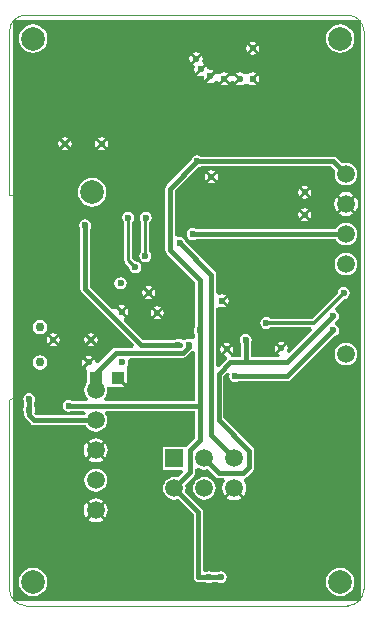
<source format=gbl>
G04 Layer_Physical_Order=2*
G04 Layer_Color=16711680*
%FSLAX42Y42*%
%MOMM*%
G71*
G01*
G75*
%ADD10C,0.40*%
%ADD12C,0.25*%
%ADD35R,1.50X1.50*%
%ADD36C,0.30*%
%ADD42C,0.10*%
%ADD43C,1.50*%
%ADD44C,0.75*%
%ADD45C,2.00*%
%ADD46R,1.00X1.00*%
%ADD47C,0.60*%
G36*
X2980Y4960D02*
X2980Y40D01*
X30Y40D01*
X30Y4960D01*
X2980Y4960D01*
D02*
G37*
%LPC*%
G36*
X370Y2306D02*
X348Y2302D01*
X341Y2297D01*
X370Y2268D01*
X399Y2297D01*
X392Y2302D01*
X370Y2306D01*
D02*
G37*
G36*
X737Y2279D02*
X708Y2250D01*
X737Y2221D01*
X742Y2228D01*
X746Y2250D01*
X742Y2272D01*
X737Y2279D01*
D02*
G37*
G36*
X690Y2306D02*
X668Y2302D01*
X661Y2297D01*
X690Y2268D01*
X719Y2297D01*
X712Y2302D01*
X690Y2306D01*
D02*
G37*
G36*
X1250Y2462D02*
X1221Y2433D01*
X1228Y2428D01*
X1250Y2424D01*
X1272Y2428D01*
X1279Y2433D01*
X1250Y2462D01*
D02*
G37*
G36*
X260Y2421D02*
X237Y2417D01*
X217Y2403D01*
X203Y2383D01*
X199Y2360D01*
X203Y2337D01*
X217Y2317D01*
X237Y2303D01*
X260Y2299D01*
X283Y2303D01*
X303Y2317D01*
X317Y2337D01*
X321Y2360D01*
X317Y2383D01*
X303Y2403D01*
X283Y2417D01*
X260Y2421D01*
D02*
G37*
G36*
X2300Y2236D02*
X2278Y2232D01*
X2271Y2227D01*
X2300Y2198D01*
X2329Y2227D01*
X2322Y2232D01*
X2300Y2236D01*
D02*
G37*
G36*
X690Y2232D02*
X661Y2203D01*
X668Y2198D01*
X690Y2194D01*
X712Y2198D01*
X719Y2203D01*
X690Y2232D01*
D02*
G37*
G36*
X323Y2279D02*
X318Y2272D01*
X314Y2250D01*
X318Y2228D01*
X323Y2221D01*
X352Y2250D01*
X323Y2279D01*
D02*
G37*
G36*
X417Y2279D02*
X388Y2250D01*
X417Y2221D01*
X422Y2228D01*
X426Y2250D01*
X422Y2272D01*
X417Y2279D01*
D02*
G37*
G36*
X643Y2279D02*
X638Y2272D01*
X634Y2250D01*
X638Y2228D01*
X643Y2221D01*
X672Y2250D01*
X643Y2279D01*
D02*
G37*
G36*
X1203Y2509D02*
X1198Y2502D01*
X1194Y2480D01*
X1198Y2458D01*
X1203Y2451D01*
X1232Y2480D01*
X1203Y2509D01*
D02*
G37*
G36*
X1133Y2679D02*
X1128Y2672D01*
X1124Y2650D01*
X1128Y2628D01*
X1133Y2621D01*
X1162Y2650D01*
X1133Y2679D01*
D02*
G37*
G36*
X1180Y2632D02*
X1151Y2603D01*
X1158Y2598D01*
X1180Y2594D01*
X1202Y2598D01*
X1209Y2603D01*
X1180Y2632D01*
D02*
G37*
G36*
X1227Y2679D02*
X1198Y2650D01*
X1227Y2621D01*
X1232Y2628D01*
X1236Y2650D01*
X1232Y2672D01*
X1227Y2679D01*
D02*
G37*
G36*
X940Y2781D02*
X920Y2777D01*
X904Y2766D01*
X893Y2750D01*
X889Y2730D01*
X893Y2710D01*
X904Y2694D01*
X920Y2683D01*
X940Y2679D01*
X960Y2683D01*
X976Y2694D01*
X987Y2710D01*
X991Y2730D01*
X987Y2750D01*
X976Y2766D01*
X960Y2777D01*
X940Y2781D01*
D02*
G37*
G36*
X1180Y2706D02*
X1158Y2702D01*
X1151Y2697D01*
X1180Y2668D01*
X1209Y2697D01*
X1202Y2702D01*
X1180Y2706D01*
D02*
G37*
G36*
X996Y2519D02*
X967Y2490D01*
X996Y2461D01*
X1002Y2468D01*
X1006Y2490D01*
X1002Y2512D01*
X996Y2519D01*
D02*
G37*
G36*
X1297Y2509D02*
X1268Y2480D01*
X1297Y2451D01*
X1302Y2458D01*
X1306Y2480D01*
X1302Y2502D01*
X1297Y2509D01*
D02*
G37*
G36*
X1250Y2536D02*
X1228Y2532D01*
X1221Y2527D01*
X1250Y2498D01*
X1279Y2527D01*
X1272Y2532D01*
X1250Y2536D01*
D02*
G37*
G36*
X1847Y2609D02*
X1818Y2580D01*
X1847Y2551D01*
X1852Y2558D01*
X1856Y2580D01*
X1852Y2602D01*
X1847Y2609D01*
D02*
G37*
G36*
X949Y2546D02*
X928Y2542D01*
X920Y2537D01*
X949Y2508D01*
X979Y2537D01*
X971Y2542D01*
X949Y2546D01*
D02*
G37*
G36*
X370Y2232D02*
X341Y2203D01*
X348Y2198D01*
X370Y2194D01*
X392Y2198D01*
X399Y2203D01*
X370Y2232D01*
D02*
G37*
G36*
X1904Y975D02*
X1843Y914D01*
X1853Y905D01*
X1878Y895D01*
X1904Y892D01*
X1930Y895D01*
X1955Y905D01*
X1965Y914D01*
X1904Y975D01*
D02*
G37*
G36*
X730Y909D02*
X704Y906D01*
X679Y896D01*
X669Y887D01*
X730Y826D01*
X791Y887D01*
X781Y896D01*
X756Y906D01*
X730Y909D01*
D02*
G37*
G36*
X1650Y1089D02*
X1625Y1086D01*
X1602Y1076D01*
X1582Y1061D01*
X1567Y1041D01*
X1557Y1018D01*
X1554Y993D01*
X1557Y968D01*
X1567Y945D01*
X1582Y925D01*
X1602Y910D01*
X1625Y900D01*
X1650Y897D01*
X1675Y900D01*
X1698Y910D01*
X1718Y925D01*
X1733Y945D01*
X1743Y968D01*
X1746Y993D01*
X1743Y1018D01*
X1733Y1041D01*
X1718Y1061D01*
X1698Y1076D01*
X1675Y1086D01*
X1650Y1089D01*
D02*
G37*
G36*
X730Y1298D02*
X669Y1237D01*
X679Y1228D01*
X704Y1218D01*
X730Y1215D01*
X756Y1218D01*
X781Y1228D01*
X791Y1237D01*
X730Y1298D01*
D02*
G37*
G36*
X730Y1158D02*
X705Y1155D01*
X682Y1145D01*
X662Y1130D01*
X647Y1110D01*
X637Y1087D01*
X634Y1062D01*
X637Y1037D01*
X647Y1014D01*
X662Y994D01*
X682Y979D01*
X705Y969D01*
X730Y966D01*
X755Y969D01*
X778Y979D01*
X798Y994D01*
X813Y1014D01*
X823Y1037D01*
X826Y1062D01*
X823Y1087D01*
X813Y1110D01*
X798Y1130D01*
X778Y1145D01*
X755Y1155D01*
X730Y1158D01*
D02*
G37*
G36*
X2800Y321D02*
X2769Y317D01*
X2739Y305D01*
X2714Y286D01*
X2695Y261D01*
X2683Y231D01*
X2679Y200D01*
X2683Y169D01*
X2695Y139D01*
X2714Y114D01*
X2739Y95D01*
X2769Y83D01*
X2800Y79D01*
X2831Y83D01*
X2861Y95D01*
X2886Y114D01*
X2905Y139D01*
X2917Y169D01*
X2921Y200D01*
X2917Y231D01*
X2905Y261D01*
X2886Y286D01*
X2861Y305D01*
X2831Y317D01*
X2800Y321D01*
D02*
G37*
G36*
X200D02*
X169Y317D01*
X139Y305D01*
X114Y286D01*
X95Y261D01*
X83Y231D01*
X79Y200D01*
X83Y169D01*
X95Y139D01*
X114Y114D01*
X139Y95D01*
X169Y83D01*
X200Y79D01*
X231Y83D01*
X261Y95D01*
X286Y114D01*
X305Y139D01*
X317Y169D01*
X321Y200D01*
X317Y231D01*
X305Y261D01*
X286Y286D01*
X261Y305D01*
X231Y317D01*
X200Y321D01*
D02*
G37*
G36*
X730Y790D02*
X669Y729D01*
X679Y720D01*
X704Y710D01*
X730Y707D01*
X756Y710D01*
X781Y720D01*
X791Y729D01*
X730Y790D01*
D02*
G37*
G36*
X651Y869D02*
X642Y859D01*
X632Y834D01*
X629Y808D01*
X632Y782D01*
X642Y757D01*
X651Y747D01*
X712Y808D01*
X651Y869D01*
D02*
G37*
G36*
X809Y869D02*
X748Y808D01*
X809Y747D01*
X818Y757D01*
X828Y782D01*
X831Y808D01*
X828Y834D01*
X818Y859D01*
X809Y869D01*
D02*
G37*
G36*
X651Y1377D02*
X642Y1367D01*
X632Y1342D01*
X629Y1316D01*
X632Y1290D01*
X642Y1265D01*
X651Y1255D01*
X712Y1316D01*
X651Y1377D01*
D02*
G37*
G36*
X1793Y2199D02*
X1788Y2192D01*
X1784Y2170D01*
X1788Y2148D01*
X1793Y2141D01*
X1822Y2170D01*
X1793Y2199D01*
D02*
G37*
G36*
X670Y2116D02*
X648Y2112D01*
X641Y2107D01*
X670Y2078D01*
X699Y2107D01*
X692Y2112D01*
X670Y2116D01*
D02*
G37*
G36*
X1887Y2199D02*
X1858Y2170D01*
X1887Y2141D01*
X1892Y2148D01*
X1896Y2170D01*
X1892Y2192D01*
X1887Y2199D01*
D02*
G37*
G36*
X1840Y2226D02*
X1818Y2222D01*
X1811Y2217D01*
X1840Y2188D01*
X1869Y2217D01*
X1862Y2222D01*
X1840Y2226D01*
D02*
G37*
G36*
X2253Y2209D02*
X2248Y2202D01*
X2244Y2180D01*
X2248Y2158D01*
X2253Y2151D01*
X2282Y2180D01*
X2253Y2209D01*
D02*
G37*
G36*
X730Y1417D02*
X704Y1414D01*
X679Y1404D01*
X669Y1395D01*
X730Y1334D01*
X791Y1395D01*
X781Y1404D01*
X756Y1414D01*
X730Y1417D01*
D02*
G37*
G36*
X809Y1377D02*
X748Y1316D01*
X809Y1255D01*
X818Y1265D01*
X828Y1290D01*
X831Y1316D01*
X828Y1342D01*
X818Y1367D01*
X809Y1377D01*
D02*
G37*
G36*
X260Y2121D02*
X237Y2117D01*
X217Y2103D01*
X203Y2083D01*
X199Y2060D01*
X203Y2037D01*
X217Y2017D01*
X237Y2003D01*
X260Y1999D01*
X283Y2003D01*
X303Y2017D01*
X317Y2037D01*
X321Y2060D01*
X317Y2083D01*
X303Y2103D01*
X283Y2117D01*
X260Y2121D01*
D02*
G37*
G36*
X2850Y2226D02*
X2825Y2223D01*
X2802Y2213D01*
X2782Y2198D01*
X2767Y2178D01*
X2757Y2155D01*
X2754Y2130D01*
X2757Y2105D01*
X2767Y2082D01*
X2782Y2062D01*
X2802Y2047D01*
X2825Y2037D01*
X2850Y2034D01*
X2875Y2037D01*
X2898Y2047D01*
X2918Y2062D01*
X2933Y2082D01*
X2943Y2105D01*
X2946Y2130D01*
X2943Y2155D01*
X2933Y2178D01*
X2918Y2198D01*
X2898Y2213D01*
X2875Y2223D01*
X2850Y2226D01*
D02*
G37*
G36*
X623Y2089D02*
X618Y2082D01*
X614Y2060D01*
X618Y2038D01*
X623Y2031D01*
X652Y2060D01*
X623Y2089D01*
D02*
G37*
G36*
X2850Y2988D02*
X2825Y2985D01*
X2802Y2975D01*
X2782Y2960D01*
X2767Y2940D01*
X2757Y2917D01*
X2754Y2892D01*
X2757Y2867D01*
X2767Y2844D01*
X2782Y2824D01*
X2802Y2809D01*
X2825Y2799D01*
X2850Y2796D01*
X2875Y2799D01*
X2898Y2809D01*
X2918Y2824D01*
X2933Y2844D01*
X2943Y2867D01*
X2946Y2892D01*
X2943Y2917D01*
X2933Y2940D01*
X2918Y2960D01*
X2898Y2975D01*
X2875Y2985D01*
X2850Y2988D01*
D02*
G37*
G36*
X1820Y4442D02*
X1791Y4413D01*
X1798Y4408D01*
X1820Y4404D01*
X1842Y4408D01*
X1849Y4413D01*
X1820Y4442D01*
D02*
G37*
G36*
X780Y3966D02*
X758Y3962D01*
X751Y3957D01*
X780Y3928D01*
X809Y3957D01*
X802Y3962D01*
X780Y3966D01*
D02*
G37*
G36*
X2107Y4489D02*
X2078Y4460D01*
X2107Y4431D01*
X2112Y4438D01*
X2116Y4460D01*
X2112Y4482D01*
X2107Y4489D01*
D02*
G37*
G36*
X1903Y4489D02*
X1898Y4482D01*
X1898Y4481D01*
X1872D01*
X1872Y4482D01*
X1867Y4489D01*
X1838Y4460D01*
X1867Y4431D01*
X1872Y4438D01*
X1872Y4439D01*
X1898D01*
X1898Y4438D01*
X1903Y4431D01*
X1932Y4460D01*
X1903Y4489D01*
D02*
G37*
G36*
X1667Y4569D02*
X1629Y4531D01*
X1591Y4493D01*
X1598Y4488D01*
X1620Y4484D01*
X1643Y4480D01*
X1646Y4465D01*
X1648Y4458D01*
X1653Y4451D01*
X1691Y4489D01*
X1729Y4527D01*
X1722Y4532D01*
X1700Y4536D01*
X1677Y4540D01*
X1674Y4555D01*
X1672Y4562D01*
X1667Y4569D01*
D02*
G37*
G36*
X470Y3966D02*
X448Y3962D01*
X441Y3957D01*
X470Y3928D01*
X499Y3957D01*
X492Y3962D01*
X470Y3966D01*
D02*
G37*
G36*
X423Y3939D02*
X418Y3932D01*
X414Y3910D01*
X418Y3888D01*
X423Y3881D01*
X452Y3910D01*
X423Y3939D01*
D02*
G37*
G36*
X780Y3892D02*
X751Y3863D01*
X758Y3858D01*
X780Y3854D01*
X802Y3858D01*
X809Y3863D01*
X780Y3892D01*
D02*
G37*
G36*
X733Y3939D02*
X728Y3932D01*
X724Y3910D01*
X728Y3888D01*
X733Y3881D01*
X762Y3910D01*
X733Y3939D01*
D02*
G37*
G36*
X827Y3939D02*
X798Y3910D01*
X827Y3881D01*
X832Y3888D01*
X836Y3910D01*
X832Y3932D01*
X827Y3939D01*
D02*
G37*
G36*
X517D02*
X488Y3910D01*
X517Y3881D01*
X522Y3888D01*
X526Y3910D01*
X522Y3932D01*
X517Y3939D01*
D02*
G37*
G36*
X2800Y4921D02*
X2769Y4917D01*
X2739Y4905D01*
X2714Y4886D01*
X2695Y4861D01*
X2683Y4831D01*
X2679Y4800D01*
X2683Y4769D01*
X2695Y4739D01*
X2714Y4714D01*
X2739Y4695D01*
X2769Y4683D01*
X2800Y4679D01*
X2831Y4683D01*
X2861Y4695D01*
X2886Y4714D01*
X2905Y4739D01*
X2917Y4769D01*
X2921Y4800D01*
X2917Y4831D01*
X2905Y4861D01*
X2886Y4886D01*
X2861Y4905D01*
X2831Y4917D01*
X2800Y4921D01*
D02*
G37*
G36*
X200D02*
X169Y4917D01*
X139Y4905D01*
X114Y4886D01*
X95Y4861D01*
X83Y4831D01*
X79Y4800D01*
X83Y4769D01*
X95Y4739D01*
X114Y4714D01*
X139Y4695D01*
X169Y4683D01*
X200Y4679D01*
X231Y4683D01*
X261Y4695D01*
X286Y4714D01*
X305Y4739D01*
X317Y4769D01*
X321Y4800D01*
X317Y4831D01*
X305Y4861D01*
X286Y4886D01*
X261Y4905D01*
X231Y4917D01*
X200Y4921D01*
D02*
G37*
G36*
X2013Y4749D02*
X2008Y4742D01*
X2004Y4720D01*
X2008Y4698D01*
X2013Y4691D01*
X2042Y4720D01*
X2013Y4749D01*
D02*
G37*
G36*
X2060Y4776D02*
X2038Y4772D01*
X2031Y4767D01*
X2060Y4738D01*
X2089Y4767D01*
X2082Y4772D01*
X2060Y4776D01*
D02*
G37*
G36*
X2107Y4749D02*
X2078Y4720D01*
X2107Y4691D01*
X2112Y4698D01*
X2116Y4720D01*
X2112Y4742D01*
X2107Y4749D01*
D02*
G37*
G36*
X2060Y4702D02*
X2031Y4673D01*
X2038Y4668D01*
X2060Y4664D01*
X2082Y4668D01*
X2089Y4673D01*
X2060Y4702D01*
D02*
G37*
G36*
Y4516D02*
X2038Y4512D01*
X2020Y4500D01*
X2020Y4500D01*
X1990D01*
X1990Y4500D01*
X1972Y4512D01*
X1950Y4516D01*
X1928Y4512D01*
X1921Y4507D01*
X1959Y4469D01*
X1950Y4460D01*
X1959Y4451D01*
X1921Y4413D01*
X1928Y4408D01*
X1950Y4404D01*
X1972Y4408D01*
X1990Y4420D01*
X1990Y4420D01*
X2020D01*
X2020Y4420D01*
X2038Y4408D01*
X2060Y4404D01*
X2082Y4408D01*
X2089Y4413D01*
X2051Y4451D01*
X2060Y4460D01*
X2051Y4469D01*
X2089Y4507D01*
X2082Y4512D01*
X2060Y4516D01*
D02*
G37*
G36*
X1820D02*
X1798Y4512D01*
X1780Y4500D01*
X1778Y4498D01*
X1752Y4502D01*
X1747Y4509D01*
X1709Y4471D01*
X1671Y4433D01*
X1678Y4428D01*
X1700Y4424D01*
X1722Y4428D01*
X1740Y4440D01*
X1742Y4442D01*
X1768Y4438D01*
X1773Y4431D01*
X1811Y4469D01*
X1849Y4507D01*
X1842Y4512D01*
X1820Y4516D01*
D02*
G37*
G36*
X1627Y4659D02*
X1589Y4621D01*
X1551Y4583D01*
X1558Y4578D01*
X1561Y4577D01*
X1568Y4562D01*
X1564Y4540D01*
X1568Y4518D01*
X1573Y4511D01*
X1611Y4549D01*
X1649Y4587D01*
X1642Y4592D01*
X1639Y4593D01*
X1632Y4608D01*
X1636Y4630D01*
X1632Y4652D01*
X1627Y4659D01*
D02*
G37*
G36*
X1580Y4686D02*
X1558Y4682D01*
X1551Y4677D01*
X1580Y4648D01*
X1609Y4677D01*
X1602Y4682D01*
X1580Y4686D01*
D02*
G37*
G36*
X1533Y4659D02*
X1528Y4652D01*
X1524Y4630D01*
X1528Y4608D01*
X1533Y4601D01*
X1562Y4630D01*
X1533Y4659D01*
D02*
G37*
G36*
X2500Y3366D02*
X2478Y3362D01*
X2471Y3357D01*
X2500Y3328D01*
X2529Y3357D01*
X2522Y3362D01*
X2500Y3366D01*
D02*
G37*
G36*
X2850Y3382D02*
X2789Y3321D01*
X2799Y3312D01*
X2824Y3302D01*
X2850Y3299D01*
X2876Y3302D01*
X2901Y3312D01*
X2911Y3321D01*
X2850Y3382D01*
D02*
G37*
G36*
X2771Y3461D02*
X2762Y3451D01*
X2752Y3426D01*
X2749Y3400D01*
X2752Y3374D01*
X2762Y3349D01*
X2771Y3339D01*
X2832Y3400D01*
X2771Y3461D01*
D02*
G37*
G36*
X700Y3621D02*
X669Y3617D01*
X639Y3605D01*
X614Y3586D01*
X595Y3561D01*
X583Y3531D01*
X579Y3500D01*
X583Y3469D01*
X595Y3439D01*
X614Y3414D01*
X639Y3395D01*
X669Y3383D01*
X700Y3379D01*
X731Y3383D01*
X761Y3395D01*
X786Y3414D01*
X805Y3439D01*
X817Y3469D01*
X821Y3500D01*
X817Y3531D01*
X805Y3561D01*
X786Y3586D01*
X761Y3605D01*
X731Y3617D01*
X700Y3621D01*
D02*
G37*
G36*
X2929Y3461D02*
X2868Y3400D01*
X2929Y3339D01*
X2938Y3349D01*
X2948Y3374D01*
X2951Y3400D01*
X2948Y3426D01*
X2938Y3451D01*
X2929Y3461D01*
D02*
G37*
G36*
X2547Y3339D02*
X2518Y3310D01*
X2547Y3281D01*
X2552Y3288D01*
X2556Y3310D01*
X2552Y3332D01*
X2547Y3339D01*
D02*
G37*
G36*
X1155Y3336D02*
X1135Y3332D01*
X1119Y3321D01*
X1108Y3305D01*
X1104Y3285D01*
X1108Y3265D01*
X1117Y3252D01*
Y2998D01*
X1114Y2996D01*
X1103Y2980D01*
X1099Y2960D01*
X1103Y2940D01*
X1114Y2924D01*
X1130Y2913D01*
X1150Y2909D01*
X1170Y2913D01*
X1186Y2924D01*
X1197Y2940D01*
X1201Y2960D01*
X1197Y2980D01*
X1186Y2996D01*
X1183Y2998D01*
Y3244D01*
X1191Y3249D01*
X1202Y3265D01*
X1206Y3285D01*
X1202Y3305D01*
X1191Y3321D01*
X1175Y3332D01*
X1155Y3336D01*
D02*
G37*
G36*
X1005Y3336D02*
X985Y3332D01*
X969Y3321D01*
X958Y3305D01*
X954Y3285D01*
X958Y3265D01*
X969Y3249D01*
X972Y3247D01*
Y2925D01*
X974Y2912D01*
X982Y2902D01*
X1015Y2868D01*
X1014Y2865D01*
X1018Y2845D01*
X1029Y2829D01*
X1045Y2818D01*
X1065Y2814D01*
X1085Y2818D01*
X1101Y2829D01*
X1112Y2845D01*
X1116Y2865D01*
X1112Y2885D01*
X1101Y2901D01*
X1085Y2912D01*
X1065Y2916D01*
X1062Y2915D01*
X1038Y2939D01*
Y3247D01*
X1041Y3249D01*
X1052Y3265D01*
X1056Y3285D01*
X1052Y3305D01*
X1041Y3321D01*
X1025Y3332D01*
X1005Y3336D01*
D02*
G37*
G36*
X2850Y3242D02*
X2825Y3239D01*
X2802Y3229D01*
X2782Y3214D01*
X2767Y3194D01*
X2764Y3187D01*
X1579D01*
X1570Y3193D01*
X1550Y3197D01*
X1530Y3193D01*
X1514Y3182D01*
X1503Y3166D01*
X1499Y3146D01*
X1503Y3126D01*
X1514Y3110D01*
X1530Y3099D01*
X1550Y3095D01*
X1570Y3099D01*
X1579Y3105D01*
X2764D01*
X2767Y3098D01*
X2782Y3078D01*
X2802Y3063D01*
X2825Y3053D01*
X2850Y3050D01*
X2875Y3053D01*
X2898Y3063D01*
X2918Y3078D01*
X2933Y3098D01*
X2943Y3121D01*
X2946Y3146D01*
X2943Y3171D01*
X2933Y3194D01*
X2918Y3214D01*
X2898Y3229D01*
X2875Y3239D01*
X2850Y3242D01*
D02*
G37*
G36*
X2453Y3339D02*
X2448Y3332D01*
X2444Y3310D01*
X2448Y3288D01*
X2453Y3281D01*
X2482Y3310D01*
X2453Y3339D01*
D02*
G37*
G36*
X2500Y3292D02*
X2471Y3263D01*
X2478Y3258D01*
X2500Y3254D01*
X2522Y3258D01*
X2529Y3263D01*
X2500Y3292D01*
D02*
G37*
G36*
X2850Y3501D02*
X2824Y3498D01*
X2799Y3488D01*
X2789Y3479D01*
X2850Y3418D01*
X2911Y3479D01*
X2901Y3488D01*
X2876Y3498D01*
X2850Y3501D01*
D02*
G37*
G36*
X1663Y3659D02*
X1658Y3652D01*
X1654Y3630D01*
X1658Y3608D01*
X1663Y3601D01*
X1692Y3630D01*
X1663Y3659D01*
D02*
G37*
G36*
X1710Y3612D02*
X1681Y3583D01*
X1688Y3578D01*
X1710Y3574D01*
X1732Y3578D01*
X1739Y3583D01*
X1710Y3612D01*
D02*
G37*
G36*
X1757Y3659D02*
X1728Y3630D01*
X1757Y3601D01*
X1762Y3608D01*
X1766Y3630D01*
X1762Y3652D01*
X1757Y3659D01*
D02*
G37*
G36*
X470Y3892D02*
X441Y3863D01*
X448Y3858D01*
X470Y3854D01*
X492Y3858D01*
X499Y3863D01*
X470Y3892D01*
D02*
G37*
G36*
X1710Y3686D02*
X1688Y3682D01*
X1681Y3677D01*
X1710Y3648D01*
X1739Y3677D01*
X1732Y3682D01*
X1710Y3686D01*
D02*
G37*
G36*
X2547Y3529D02*
X2518Y3500D01*
X2547Y3471D01*
X2552Y3478D01*
X2556Y3500D01*
X2552Y3522D01*
X2547Y3529D01*
D02*
G37*
G36*
X2453Y3529D02*
X2448Y3522D01*
X2444Y3500D01*
X2448Y3478D01*
X2453Y3471D01*
X2482Y3500D01*
X2453Y3529D01*
D02*
G37*
G36*
X2500Y3482D02*
X2471Y3453D01*
X2478Y3448D01*
X2500Y3444D01*
X2522Y3448D01*
X2529Y3453D01*
X2500Y3482D01*
D02*
G37*
G36*
X1590Y3812D02*
X1570Y3808D01*
X1554Y3797D01*
X1543Y3780D01*
X1541Y3769D01*
X1331Y3559D01*
X1322Y3546D01*
X1319Y3531D01*
X1319Y3531D01*
Y3010D01*
X1319Y3010D01*
X1322Y2994D01*
X1331Y2981D01*
X1569Y2743D01*
Y2359D01*
X1563Y2350D01*
X1559Y2330D01*
X1563Y2310D01*
X1569Y2301D01*
Y2267D01*
X1544Y2254D01*
X1540Y2257D01*
X1520Y2261D01*
X1500Y2257D01*
X1484Y2246D01*
X1466D01*
X1450Y2257D01*
X1430Y2261D01*
X1410Y2257D01*
X1401Y2251D01*
X1128D01*
X967Y2412D01*
X970Y2429D01*
X974Y2440D01*
X979Y2443D01*
X940Y2481D01*
X902Y2519D01*
X899Y2515D01*
X888Y2510D01*
X871Y2508D01*
X681Y2698D01*
Y3191D01*
X687Y3200D01*
X691Y3220D01*
X687Y3240D01*
X676Y3256D01*
X660Y3267D01*
X640Y3271D01*
X620Y3267D01*
X604Y3256D01*
X593Y3240D01*
X589Y3220D01*
X593Y3200D01*
X599Y3191D01*
Y2681D01*
X599Y2681D01*
X602Y2665D01*
X611Y2652D01*
X1058Y2206D01*
X1047Y2181D01*
X900D01*
X884Y2178D01*
X871Y2169D01*
X871Y2169D01*
X749Y2047D01*
X726Y2059D01*
X726Y2060D01*
X722Y2082D01*
X717Y2089D01*
X679Y2051D01*
X641Y2013D01*
X648Y2008D01*
X660Y1988D01*
Y1889D01*
X647Y1872D01*
X637Y1849D01*
X634Y1824D01*
X637Y1799D01*
X647Y1776D01*
X662Y1757D01*
X661Y1753D01*
X653Y1732D01*
X529D01*
X520Y1738D01*
X500Y1742D01*
X480Y1738D01*
X464Y1727D01*
X453Y1711D01*
X449Y1691D01*
X453Y1672D01*
X464Y1655D01*
X480Y1644D01*
X500Y1640D01*
X520Y1644D01*
X529Y1650D01*
X632D01*
X645Y1627D01*
X635Y1611D01*
X227D01*
X207Y1631D01*
X213Y1640D01*
X217Y1660D01*
X213Y1680D01*
X206Y1689D01*
Y1721D01*
X213Y1730D01*
X217Y1750D01*
X213Y1770D01*
X202Y1786D01*
X185Y1797D01*
X166Y1801D01*
X146Y1797D01*
X130Y1786D01*
X119Y1770D01*
X115Y1750D01*
X119Y1730D01*
X125Y1721D01*
Y1689D01*
X119Y1680D01*
X115Y1660D01*
X119Y1640D01*
X125Y1631D01*
Y1614D01*
X125Y1614D01*
X128Y1599D01*
X137Y1585D01*
X181Y1541D01*
X194Y1532D01*
X210Y1529D01*
X210Y1529D01*
X644D01*
X647Y1522D01*
X662Y1502D01*
X682Y1487D01*
X705Y1477D01*
X730Y1474D01*
X755Y1477D01*
X778Y1487D01*
X798Y1502D01*
X813Y1522D01*
X823Y1545D01*
X826Y1570D01*
X823Y1595D01*
X813Y1618D01*
X807Y1625D01*
X819Y1650D01*
X1569D01*
Y1417D01*
X1510Y1357D01*
X1491Y1342D01*
X1301D01*
Y1152D01*
X1462D01*
X1472Y1127D01*
X1428Y1083D01*
X1421Y1086D01*
X1396Y1089D01*
X1371Y1086D01*
X1348Y1076D01*
X1328Y1061D01*
X1313Y1041D01*
X1303Y1018D01*
X1300Y993D01*
X1303Y968D01*
X1313Y945D01*
X1328Y925D01*
X1348Y910D01*
X1371Y900D01*
X1396Y897D01*
X1421Y900D01*
X1428Y903D01*
X1559Y772D01*
Y240D01*
X1562Y224D01*
X1571Y211D01*
X1584Y202D01*
X1600Y199D01*
X1661D01*
X1670Y193D01*
X1690Y189D01*
X1710Y193D01*
X1719Y199D01*
X1761D01*
X1770Y193D01*
X1790Y189D01*
X1810Y193D01*
X1826Y204D01*
X1837Y220D01*
X1841Y240D01*
X1837Y260D01*
X1826Y276D01*
X1810Y287D01*
X1790Y291D01*
X1770Y287D01*
X1761Y281D01*
X1719D01*
X1710Y287D01*
X1690Y291D01*
X1670Y287D01*
X1666Y284D01*
X1641Y292D01*
Y789D01*
X1641Y789D01*
X1638Y805D01*
X1629Y818D01*
X1629Y818D01*
X1486Y961D01*
X1489Y968D01*
X1492Y993D01*
X1489Y1018D01*
X1486Y1025D01*
X1559Y1098D01*
X1559Y1098D01*
X1568Y1111D01*
X1571Y1127D01*
Y1157D01*
X1596Y1169D01*
X1602Y1164D01*
X1625Y1154D01*
X1650Y1151D01*
X1675Y1154D01*
X1682Y1157D01*
X1748Y1091D01*
X1748Y1091D01*
X1761Y1082D01*
X1777Y1079D01*
X1777Y1079D01*
X1812D01*
X1824Y1054D01*
X1816Y1044D01*
X1806Y1019D01*
X1803Y993D01*
X1806Y967D01*
X1816Y942D01*
X1825Y932D01*
X1895Y1002D01*
X1904Y993D01*
X1913Y1002D01*
X1983Y932D01*
X1992Y942D01*
X2002Y967D01*
X2005Y993D01*
X2002Y1019D01*
X1992Y1044D01*
X1983Y1055D01*
X1992Y1081D01*
X1992Y1082D01*
X1996Y1082D01*
X2009Y1091D01*
X2059Y1141D01*
X2068Y1154D01*
X2071Y1170D01*
X2071Y1170D01*
Y1310D01*
X2068Y1326D01*
X2059Y1339D01*
X1811Y1587D01*
Y1943D01*
X1844Y1977D01*
X1864Y1961D01*
X1863Y1960D01*
X1859Y1940D01*
X1863Y1920D01*
X1874Y1904D01*
X1890Y1893D01*
X1910Y1889D01*
X1930Y1893D01*
X1939Y1899D01*
X2350D01*
X2350Y1899D01*
X2366Y1902D01*
X2379Y1911D01*
X2748Y2281D01*
X2760Y2283D01*
X2776Y2294D01*
X2787Y2310D01*
X2791Y2330D01*
X2787Y2350D01*
X2776Y2366D01*
X2760Y2377D01*
X2759Y2379D01*
Y2403D01*
X2760Y2403D01*
X2776Y2414D01*
X2787Y2430D01*
X2791Y2450D01*
X2787Y2470D01*
X2776Y2486D01*
X2763Y2495D01*
X2758Y2512D01*
X2757Y2523D01*
X2830Y2596D01*
X2830Y2596D01*
X2850Y2600D01*
X2866Y2611D01*
X2877Y2627D01*
X2881Y2647D01*
X2877Y2667D01*
X2866Y2683D01*
X2850Y2694D01*
X2830Y2698D01*
X2810Y2694D01*
X2794Y2683D01*
X2783Y2667D01*
X2779Y2647D01*
X2779Y2647D01*
X2561Y2429D01*
X2210D01*
X2209Y2429D01*
X2193Y2440D01*
X2173Y2444D01*
X2154Y2440D01*
X2137Y2429D01*
X2126Y2413D01*
X2122Y2393D01*
X2126Y2374D01*
X2137Y2357D01*
X2154Y2346D01*
X2173Y2342D01*
X2193Y2346D01*
X2209Y2357D01*
X2210Y2358D01*
X2555D01*
X2565Y2333D01*
X2365Y2133D01*
X2363Y2135D01*
X2346Y2149D01*
X2348Y2152D01*
X2352Y2158D01*
X2356Y2180D01*
X2352Y2202D01*
X2347Y2209D01*
X2309Y2171D01*
X2271Y2133D01*
X2278Y2128D01*
X2287Y2126D01*
X2289Y2126D01*
X2287Y2114D01*
X2268Y2101D01*
X2041D01*
Y2221D01*
X2047Y2230D01*
X2051Y2250D01*
X2047Y2270D01*
X2036Y2286D01*
X2020Y2297D01*
X2000Y2301D01*
X1980Y2297D01*
X1964Y2286D01*
X1953Y2270D01*
X1949Y2250D01*
X1953Y2230D01*
X1959Y2221D01*
Y2101D01*
X1881D01*
X1877Y2115D01*
X1840Y2152D01*
X1811Y2123D01*
X1818Y2118D01*
X1835Y2115D01*
X1841Y2097D01*
X1842Y2090D01*
X1841Y2089D01*
X1774Y2022D01*
X1751Y2031D01*
Y2516D01*
X1776Y2530D01*
X1778Y2528D01*
X1800Y2524D01*
X1822Y2528D01*
X1829Y2533D01*
X1791Y2571D01*
X1800Y2580D01*
X1791Y2589D01*
X1829Y2627D01*
X1822Y2632D01*
X1800Y2636D01*
X1778Y2632D01*
X1776Y2630D01*
X1751Y2644D01*
Y2800D01*
X1748Y2816D01*
X1739Y2829D01*
X1489Y3078D01*
X1487Y3090D01*
X1476Y3106D01*
X1460Y3117D01*
X1440Y3121D01*
X1426Y3118D01*
X1408Y3128D01*
X1401Y3134D01*
Y3514D01*
X1598Y3711D01*
X1610Y3714D01*
X1619Y3720D01*
X2726D01*
X2760Y3686D01*
X2757Y3679D01*
X2754Y3654D01*
X2757Y3629D01*
X2767Y3606D01*
X2782Y3586D01*
X2802Y3571D01*
X2825Y3561D01*
X2850Y3558D01*
X2875Y3561D01*
X2898Y3571D01*
X2918Y3586D01*
X2933Y3606D01*
X2943Y3629D01*
X2946Y3654D01*
X2943Y3679D01*
X2933Y3702D01*
X2918Y3722D01*
X2898Y3737D01*
X2875Y3747D01*
X2850Y3750D01*
X2825Y3747D01*
X2818Y3744D01*
X2772Y3789D01*
X2759Y3798D01*
X2743Y3801D01*
X2743Y3801D01*
X1619D01*
X1610Y3808D01*
X1590Y3812D01*
D02*
G37*
G36*
X2500Y3556D02*
X2478Y3552D01*
X2471Y3547D01*
X2500Y3518D01*
X2529Y3547D01*
X2522Y3552D01*
X2500Y3556D01*
D02*
G37*
%LPD*%
G36*
X1562Y2153D02*
X1569Y2148D01*
Y1732D01*
X807D01*
X799Y1753D01*
X798Y1757D01*
X813Y1776D01*
X823Y1799D01*
X826Y1824D01*
X823Y1847D01*
X846Y1855D01*
X977D01*
X911Y1921D01*
X929Y1939D01*
X995Y1873D01*
Y2005D01*
X995Y2005D01*
X997Y2030D01*
X1002Y2038D01*
X1006Y2060D01*
X1004Y2074D01*
X1018Y2099D01*
X1469D01*
X1469Y2099D01*
X1485Y2102D01*
X1498Y2111D01*
X1544Y2158D01*
X1562Y2153D01*
D02*
G37*
D10*
X1111Y2210D02*
X1430D01*
X640Y2681D02*
Y3220D01*
Y2681D02*
X1111Y2210D01*
X1430D02*
X1440D01*
X166Y1614D02*
Y1660D01*
X1690Y240D02*
X1790D01*
X210Y1570D02*
X730D01*
Y1930D02*
Y1970D01*
Y1824D02*
Y1930D01*
X166Y1614D02*
X210Y1570D01*
X166Y1660D02*
Y1730D01*
X1469Y2140D02*
X1520Y2191D01*
Y2210D01*
X900Y2140D02*
X1469D01*
X730Y1970D02*
X900Y2140D01*
X500Y1691D02*
X1610D01*
X1600Y240D02*
X1680D01*
X1600D02*
Y789D01*
X1396Y993D02*
X1600Y789D01*
X1710Y1441D02*
X1904Y1247D01*
X1396Y993D02*
X1530Y1127D01*
X1440Y3070D02*
X1710Y2800D01*
X1650Y1247D02*
X1777Y1120D01*
X1980D01*
X2030Y1170D01*
Y1310D01*
X1770Y1570D02*
X2030Y1310D01*
X1710Y1441D02*
Y2800D01*
X1770Y1570D02*
Y1960D01*
X1870Y2060D01*
X2000D02*
Y2250D01*
X1870Y2060D02*
X2000D01*
X1530Y1127D02*
Y1320D01*
X1610Y1400D01*
X1360Y3010D02*
X1610Y2760D01*
X1360Y3010D02*
Y3531D01*
X1590Y3761D01*
X1550Y3146D02*
X2850D01*
X1590Y3761D02*
X2743D01*
X2850Y3654D01*
X1610Y1400D02*
Y1691D01*
Y2330D01*
Y2760D01*
X2000Y2060D02*
X2350D01*
X2740Y2450D01*
X1910Y1940D02*
X2350D01*
X2740Y2330D01*
D12*
X1145Y3285D02*
X1155D01*
X1005Y2925D02*
Y3285D01*
X1150Y2960D02*
Y3280D01*
X1145Y3285D02*
X1150Y3280D01*
X1005Y2925D02*
X1065Y2865D01*
D35*
X1396Y1247D02*
D03*
D36*
X2576Y2393D02*
X2830Y2647D01*
X2173Y2393D02*
X2576D01*
D42*
X137Y5000D02*
G03*
X0Y4863I0J-137D01*
G01*
X3000D02*
G03*
X2863Y5000I-137J0D01*
G01*
X2863Y0D02*
G03*
X3000Y137I0J137D01*
G01*
X0Y137D02*
G03*
X137Y0I137J0D01*
G01*
X0Y1740D02*
G03*
X60Y1800I0J60D01*
G01*
Y3420D02*
G03*
X0Y3480I-60J0D01*
G01*
X137Y5000D02*
X2863D01*
X3000Y137D02*
Y4863D01*
X137Y0D02*
X2863D01*
X60Y1800D02*
Y3420D01*
X0Y3480D02*
Y4863D01*
Y137D02*
Y1740D01*
D43*
X1904Y993D02*
D03*
Y1247D02*
D03*
X1650Y993D02*
D03*
X1650Y1247D02*
D03*
X1396Y993D02*
D03*
X730Y1316D02*
D03*
Y1570D02*
D03*
Y1824D02*
D03*
Y808D02*
D03*
Y1062D02*
D03*
X2850Y2892D02*
D03*
Y3146D02*
D03*
Y3654D02*
D03*
Y3400D02*
D03*
Y2130D02*
D03*
D44*
X260Y2360D02*
D03*
Y2060D02*
D03*
D45*
X700Y3500D02*
D03*
X2800Y4800D02*
D03*
X2800Y200D02*
D03*
X200Y4800D02*
D03*
Y200D02*
D03*
D46*
X730Y1930D02*
D03*
X920D02*
D03*
D47*
X949Y2490D02*
D03*
X370Y2250D02*
D03*
X690D02*
D03*
X1180Y2650D02*
D03*
X1710Y3630D02*
D03*
X1840Y2170D02*
D03*
X2300Y2180D02*
D03*
X1800Y2580D02*
D03*
X1250Y2480D02*
D03*
X2173Y2393D02*
D03*
X166Y1750D02*
D03*
Y1660D02*
D03*
X1520Y2210D02*
D03*
X1430D02*
D03*
X670Y2060D02*
D03*
X950D02*
D03*
X1150Y2960D02*
D03*
X1396Y993D02*
D03*
X1440Y3070D02*
D03*
X1396Y1247D02*
D03*
X1650D02*
D03*
X1904D02*
D03*
X1910Y990D02*
D03*
X940Y2730D02*
D03*
X500Y1691D02*
D03*
X1590Y3761D02*
D03*
X1790Y240D02*
D03*
X1690D02*
D03*
X1155Y3285D02*
D03*
X1005Y3285D02*
D03*
X1065Y2865D02*
D03*
X2500Y3310D02*
D03*
Y3500D02*
D03*
X1580Y4630D02*
D03*
X1620Y4540D02*
D03*
X1700Y4480D02*
D03*
X1820Y4460D02*
D03*
X1950D02*
D03*
X2060D02*
D03*
Y4720D02*
D03*
X470Y3910D02*
D03*
X780D02*
D03*
X2000Y2250D02*
D03*
X640Y3220D02*
D03*
X1610Y2330D02*
D03*
X1550Y3146D02*
D03*
X1650Y1000D02*
D03*
X2740Y2450D02*
D03*
Y2330D02*
D03*
X2830Y2647D02*
D03*
X1910Y1940D02*
D03*
M02*

</source>
